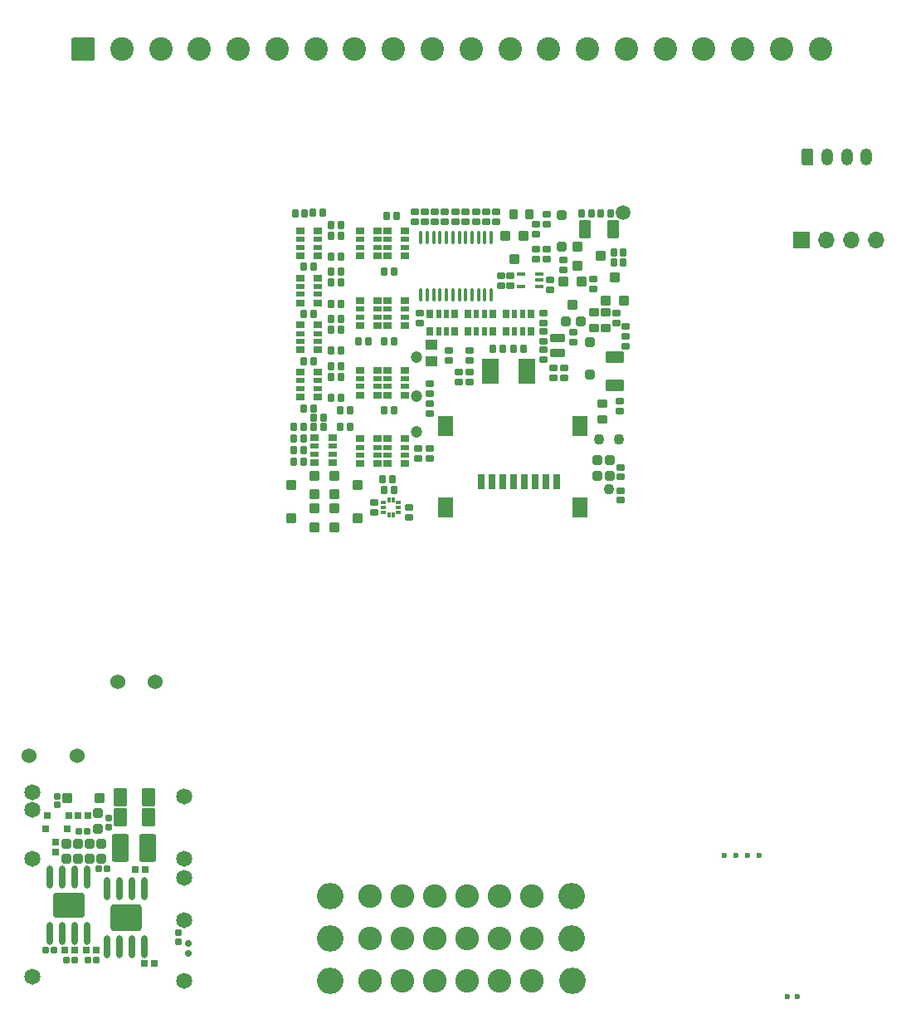
<source format=gbs>
G75*
G70*
%OFA0B0*%
%FSLAX25Y25*%
%IPPOS*%
%LPD*%
%AMOC8*
5,1,8,0,0,1.08239X$1,22.5*
%
%AMM224*
21,1,0.029530,0.026380,0.000000,-0.000000,180.000000*
21,1,0.020470,0.035430,0.000000,-0.000000,180.000000*
1,1,0.009060,-0.010240,0.013190*
1,1,0.009060,0.010240,0.013190*
1,1,0.009060,0.010240,-0.013190*
1,1,0.009060,-0.010240,-0.013190*
%
%AMM225*
21,1,0.021650,0.027950,0.000000,-0.000000,180.000000*
21,1,0.014170,0.035430,0.000000,-0.000000,180.000000*
1,1,0.007480,-0.007090,0.013980*
1,1,0.007480,0.007090,0.013980*
1,1,0.007480,0.007090,-0.013980*
1,1,0.007480,-0.007090,-0.013980*
%
%AMM228*
21,1,0.031500,0.018900,0.000000,-0.000000,0.000000*
21,1,0.022840,0.027560,0.000000,-0.000000,0.000000*
1,1,0.008660,0.011420,-0.009450*
1,1,0.008660,-0.011420,-0.009450*
1,1,0.008660,-0.011420,0.009450*
1,1,0.008660,0.011420,0.009450*
%
%AMM230*
21,1,0.031500,0.018900,0.000000,-0.000000,90.000000*
21,1,0.022840,0.027560,0.000000,-0.000000,90.000000*
1,1,0.008660,0.009450,0.011420*
1,1,0.008660,0.009450,-0.011420*
1,1,0.008660,-0.009450,-0.011420*
1,1,0.008660,-0.009450,0.011420*
%
%AMM232*
21,1,0.039370,0.030320,0.000000,-0.000000,180.000000*
21,1,0.028350,0.041340,0.000000,-0.000000,180.000000*
1,1,0.011020,-0.014170,0.015160*
1,1,0.011020,0.014170,0.015160*
1,1,0.011020,0.014170,-0.015160*
1,1,0.011020,-0.014170,-0.015160*
%
%AMM235*
21,1,0.031500,0.030710,0.000000,-0.000000,270.000000*
21,1,0.022050,0.040160,0.000000,-0.000000,270.000000*
1,1,0.009450,-0.015350,-0.011020*
1,1,0.009450,-0.015350,0.011020*
1,1,0.009450,0.015350,0.011020*
1,1,0.009450,0.015350,-0.011020*
%
%AMM253*
21,1,0.037400,0.026770,0.000000,-0.000000,0.000000*
21,1,0.026770,0.037400,0.000000,-0.000000,0.000000*
1,1,0.010630,0.013390,-0.013390*
1,1,0.010630,-0.013390,-0.013390*
1,1,0.010630,-0.013390,0.013390*
1,1,0.010630,0.013390,0.013390*
%
%AMM254*
21,1,0.029530,0.026380,0.000000,-0.000000,270.000000*
21,1,0.020470,0.035430,0.000000,-0.000000,270.000000*
1,1,0.009060,-0.013190,-0.010240*
1,1,0.009060,-0.013190,0.010240*
1,1,0.009060,0.013190,0.010240*
1,1,0.009060,0.013190,-0.010240*
%
%AMM255*
21,1,0.021650,0.027950,0.000000,-0.000000,270.000000*
21,1,0.014170,0.035430,0.000000,-0.000000,270.000000*
1,1,0.007480,-0.013980,-0.007090*
1,1,0.007480,-0.013980,0.007090*
1,1,0.007480,0.013980,0.007090*
1,1,0.007480,0.013980,-0.007090*
%
%AMM256*
21,1,0.037400,0.026770,0.000000,-0.000000,270.000000*
21,1,0.026770,0.037400,0.000000,-0.000000,270.000000*
1,1,0.010630,-0.013390,-0.013390*
1,1,0.010630,-0.013390,0.013390*
1,1,0.010630,0.013390,0.013390*
1,1,0.010630,0.013390,-0.013390*
%
%AMM257*
21,1,0.082680,0.045670,0.000000,-0.000000,90.000000*
21,1,0.067320,0.061020,0.000000,-0.000000,90.000000*
1,1,0.015350,0.022840,0.033660*
1,1,0.015350,0.022840,-0.033660*
1,1,0.015350,-0.022840,-0.033660*
1,1,0.015350,-0.022840,0.033660*
%
%AMM258*
21,1,0.062990,0.020470,0.000000,-0.000000,90.000000*
21,1,0.053940,0.029530,0.000000,-0.000000,90.000000*
1,1,0.009060,0.010240,0.026970*
1,1,0.009060,0.010240,-0.026970*
1,1,0.009060,-0.010240,-0.026970*
1,1,0.009060,-0.010240,0.026970*
%
%AMM259*
21,1,0.039370,0.030320,0.000000,-0.000000,90.000000*
21,1,0.028350,0.041340,0.000000,-0.000000,90.000000*
1,1,0.011020,0.015160,0.014170*
1,1,0.011020,0.015160,-0.014170*
1,1,0.011020,-0.015160,-0.014170*
1,1,0.011020,-0.015160,0.014170*
%
%AMM260*
21,1,0.016540,0.028980,0.000000,-0.000000,90.000000*
21,1,0.010080,0.035430,0.000000,-0.000000,90.000000*
1,1,0.006460,0.014490,0.005040*
1,1,0.006460,0.014490,-0.005040*
1,1,0.006460,-0.014490,-0.005040*
1,1,0.006460,-0.014490,0.005040*
%
%AMM261*
21,1,0.074800,0.036220,0.000000,-0.000000,270.000000*
21,1,0.061810,0.049210,0.000000,-0.000000,270.000000*
1,1,0.012990,-0.018110,-0.030910*
1,1,0.012990,-0.018110,0.030910*
1,1,0.012990,0.018110,0.030910*
1,1,0.012990,0.018110,-0.030910*
%
%AMM262*
21,1,0.039760,0.026770,0.000000,-0.000000,270.000000*
21,1,0.029130,0.037400,0.000000,-0.000000,270.000000*
1,1,0.010630,-0.013390,-0.014570*
1,1,0.010630,-0.013390,0.014570*
1,1,0.010630,0.013390,0.014570*
1,1,0.010630,0.013390,-0.014570*
%
%AMM263*
21,1,0.031500,0.049610,0.000000,-0.000000,270.000000*
21,1,0.022050,0.059060,0.000000,-0.000000,270.000000*
1,1,0.009450,-0.024800,-0.011020*
1,1,0.009450,-0.024800,0.011020*
1,1,0.009450,0.024800,0.011020*
1,1,0.009450,0.024800,-0.011020*
%
%AMM264*
21,1,0.074800,0.036220,0.000000,-0.000000,0.000000*
21,1,0.061810,0.049210,0.000000,-0.000000,0.000000*
1,1,0.012990,0.030910,-0.018110*
1,1,0.012990,-0.030910,-0.018110*
1,1,0.012990,-0.030910,0.018110*
1,1,0.012990,0.030910,0.018110*
%
%AMM265*
21,1,0.031500,0.030710,0.000000,-0.000000,0.000000*
21,1,0.022050,0.040160,0.000000,-0.000000,0.000000*
1,1,0.009450,0.011020,-0.015350*
1,1,0.009450,-0.011020,-0.015350*
1,1,0.009450,-0.011020,0.015350*
1,1,0.009450,0.011020,0.015350*
%
%AMM75*
21,1,0.041340,0.026770,0.000000,0.000000,0.000000*
21,1,0.029130,0.038980,0.000000,0.000000,0.000000*
1,1,0.012210,0.014570,-0.013390*
1,1,0.012210,-0.014570,-0.013390*
1,1,0.012210,-0.014570,0.013390*
1,1,0.012210,0.014570,0.013390*
%
%AMM76*
21,1,0.076380,0.036220,0.000000,0.000000,90.000000*
21,1,0.061810,0.050790,0.000000,0.000000,90.000000*
1,1,0.014570,0.018110,0.030910*
1,1,0.014570,0.018110,-0.030910*
1,1,0.014570,-0.018110,-0.030910*
1,1,0.014570,-0.018110,0.030910*
%
%AMM79*
21,1,0.029130,0.018900,0.000000,0.000000,90.000000*
21,1,0.018900,0.029130,0.000000,0.000000,90.000000*
1,1,0.010240,0.009450,0.009450*
1,1,0.010240,0.009450,-0.009450*
1,1,0.010240,-0.009450,-0.009450*
1,1,0.010240,-0.009450,0.009450*
%
%AMM80*
21,1,0.025200,0.019680,0.000000,0.000000,0.000000*
21,1,0.015750,0.029130,0.000000,0.000000,0.000000*
1,1,0.009450,0.007870,-0.009840*
1,1,0.009450,-0.007870,-0.009840*
1,1,0.009450,-0.007870,0.009840*
1,1,0.009450,0.007870,0.009840*
%
%AMM81*
21,1,0.025200,0.019680,0.000000,0.000000,270.000000*
21,1,0.015750,0.029130,0.000000,0.000000,270.000000*
1,1,0.009450,-0.009840,-0.007870*
1,1,0.009450,-0.009840,0.007870*
1,1,0.009450,0.009840,0.007870*
1,1,0.009450,0.009840,-0.007870*
%
%AMM87*
21,1,0.111810,0.050390,0.000000,0.000000,90.000000*
21,1,0.093700,0.068500,0.000000,0.000000,90.000000*
1,1,0.018110,0.025200,0.046850*
1,1,0.018110,0.025200,-0.046850*
1,1,0.018110,-0.025200,-0.046850*
1,1,0.018110,-0.025200,0.046850*
%
%AMM88*
21,1,0.038980,0.026770,0.000000,0.000000,270.000000*
21,1,0.026770,0.038980,0.000000,0.000000,270.000000*
1,1,0.012210,-0.013390,-0.013390*
1,1,0.012210,-0.013390,0.013390*
1,1,0.012210,0.013390,0.013390*
1,1,0.012210,0.013390,-0.013390*
%
%AMM89*
21,1,0.029130,0.018900,0.000000,0.000000,180.000000*
21,1,0.018900,0.029130,0.000000,0.000000,180.000000*
1,1,0.010240,-0.009450,0.009450*
1,1,0.010240,0.009450,0.009450*
1,1,0.010240,0.009450,-0.009450*
1,1,0.010240,-0.009450,-0.009450*
%
%AMM90*
21,1,0.127560,0.075590,0.000000,0.000000,180.000000*
21,1,0.103150,0.100000,0.000000,0.000000,180.000000*
1,1,0.024410,-0.051580,0.037800*
1,1,0.024410,0.051580,0.037800*
1,1,0.024410,0.051580,-0.037800*
1,1,0.024410,-0.051580,-0.037800*
%
%AMM91*
21,1,0.123620,0.083460,0.000000,0.000000,0.000000*
21,1,0.097240,0.109840,0.000000,0.000000,0.000000*
1,1,0.026380,0.048620,-0.041730*
1,1,0.026380,-0.048620,-0.041730*
1,1,0.026380,-0.048620,0.041730*
1,1,0.026380,0.048620,0.041730*
%
%ADD10C,0.06000*%
%ADD11C,0.02362*%
%ADD125C,0.04724*%
%ADD126C,0.04294*%
%ADD154R,0.01772X0.01870*%
%ADD160R,0.01870X0.01772*%
%ADD17O,0.04724X0.06890*%
%ADD18C,0.05906*%
%ADD184M75*%
%ADD185M76*%
%ADD188M79*%
%ADD189M80*%
%ADD190M81*%
%ADD191C,0.02913*%
%ADD192C,0.06457*%
%ADD199M87*%
%ADD200M88*%
%ADD201M89*%
%ADD202O,0.02520X0.09213*%
%ADD203M90*%
%ADD204M91*%
%ADD272O,0.01378X0.05354*%
%ADD275R,0.07087X0.09843*%
%ADD277R,0.04724X0.04331*%
%ADD28R,0.06693X0.06693*%
%ADD29O,0.06693X0.06693*%
%ADD354M224*%
%ADD355M225*%
%ADD358M228*%
%ADD360M230*%
%ADD362M232*%
%ADD365M235*%
%ADD383M253*%
%ADD384M254*%
%ADD385M255*%
%ADD386M256*%
%ADD387M257*%
%ADD388M258*%
%ADD389M259*%
%ADD390M260*%
%ADD391M261*%
%ADD392M262*%
%ADD393M263*%
%ADD394M264*%
%ADD395M265*%
%ADD44C,0.09449*%
%ADD49O,0.10643X0.10643*%
%ADD50O,0.09461X0.09461*%
X0000000Y0000000D02*
%LPD*%
G01*
D10*
X0059626Y0147638D03*
X0074626Y0147638D03*
D11*
X0312500Y0078051D03*
X0317224Y0078051D03*
X0307776Y0078051D03*
X0303051Y0078051D03*
X0328484Y0021260D03*
X0332421Y0021260D03*
G36*
G01*
X0334252Y0355807D02*
X0334252Y0360728D01*
G75*
G02*
X0335236Y0361713I0000984J0000000D01*
G01*
X0337992Y0361713D01*
G75*
G02*
X0338976Y0360728I0000000J-000984D01*
G01*
X0338976Y0355807D01*
G75*
G02*
X0337992Y0354823I-000984J0000000D01*
G01*
X0335236Y0354823D01*
G75*
G02*
X0334252Y0355807I0000000J0000984D01*
G01*
G37*
D17*
X0344488Y0358268D03*
X0352362Y0358268D03*
X0360236Y0358268D03*
D10*
X0043110Y0118110D03*
X0023819Y0118110D03*
D18*
X0086122Y0101673D03*
X0086122Y0076476D03*
X0086122Y0068996D03*
X0086122Y0052067D03*
D11*
X0087894Y0042618D03*
X0087894Y0038681D03*
D18*
X0086122Y0027461D03*
X0025098Y0103445D03*
X0025098Y0096161D03*
X0025098Y0076673D03*
X0025098Y0029232D03*
D28*
X0334173Y0324803D03*
D29*
X0344173Y0324803D03*
X0354173Y0324803D03*
X0364173Y0324803D03*
D49*
X0144884Y0061539D03*
D50*
X0160884Y0061539D03*
X0173884Y0061539D03*
X0186884Y0061539D03*
X0199884Y0061539D03*
X0212884Y0061539D03*
X0225884Y0061539D03*
D49*
X0241884Y0061539D03*
X0144900Y0044643D03*
D50*
X0160900Y0044643D03*
X0173900Y0044643D03*
X0186900Y0044643D03*
X0199900Y0044643D03*
X0212900Y0044643D03*
X0225900Y0044643D03*
D49*
X0241900Y0044643D03*
X0144884Y0027539D03*
D50*
X0160884Y0027539D03*
X0173884Y0027539D03*
X0186884Y0027539D03*
X0199884Y0027539D03*
X0212884Y0027539D03*
X0225884Y0027539D03*
D49*
X0242267Y0027539D03*
G36*
G01*
X0040787Y0397835D02*
X0040787Y0405315D01*
G75*
G02*
X0041772Y0406299I0000984J0000000D01*
G01*
X0049252Y0406299D01*
G75*
G02*
X0050236Y0405315I0000000J-000984D01*
G01*
X0050236Y0397835D01*
G75*
G02*
X0049252Y0396850I-000984J0000000D01*
G01*
X0041772Y0396850D01*
G75*
G02*
X0040787Y0397835I0000000J0000984D01*
G01*
G37*
D44*
X0061102Y0401575D03*
X0076693Y0401575D03*
X0092283Y0401575D03*
X0107874Y0401575D03*
X0123465Y0401575D03*
X0139055Y0401575D03*
X0154646Y0401575D03*
X0170236Y0401575D03*
X0185827Y0401575D03*
X0201417Y0401575D03*
X0217008Y0401575D03*
X0232598Y0401575D03*
X0248189Y0401575D03*
X0263780Y0401575D03*
X0279370Y0401575D03*
X0294961Y0401575D03*
X0310551Y0401575D03*
X0326142Y0401575D03*
X0341732Y0401575D03*
X0125197Y0340157D02*
G01*
G75*
D354*
X0210236Y0288188D02*
D03*
X0184941Y0288188D02*
D03*
X0200197Y0288188D02*
D03*
X0194981Y0288188D02*
D03*
X0225492Y0295275D02*
D03*
X0225492Y0288188D02*
D03*
X0215453Y0288188D02*
D03*
X0215453Y0295275D02*
D03*
X0184941Y0295275D02*
D03*
X0194981Y0295275D02*
D03*
X0200197Y0295275D02*
D03*
X0210236Y0295275D02*
D03*
D355*
X0206791Y0288188D02*
D03*
X0191536Y0288188D02*
D03*
X0203642Y0288188D02*
D03*
X0188386Y0288188D02*
D03*
X0218898Y0288188D02*
D03*
X0222047Y0288188D02*
D03*
X0222047Y0295275D02*
D03*
X0218898Y0295275D02*
D03*
X0191536Y0295275D02*
D03*
X0188386Y0295275D02*
D03*
X0206791Y0295275D02*
D03*
X0203642Y0295275D02*
D03*
D358*
X0263386Y0286220D02*
D03*
X0263386Y0290157D02*
D03*
X0259843Y0291732D02*
D03*
X0259843Y0295669D02*
D03*
X0242520Y0283858D02*
D03*
X0242520Y0287795D02*
D03*
X0184818Y0255205D02*
D03*
X0184818Y0259142D02*
D03*
X0184818Y0263401D02*
D03*
X0184818Y0267338D02*
D03*
X0217285Y0306723D02*
D03*
X0217285Y0310660D02*
D03*
X0213562Y0306723D02*
D03*
X0213562Y0310660D02*
D03*
X0250394Y0309139D02*
D03*
X0250394Y0305202D02*
D03*
X0261327Y0220505D02*
D03*
X0261088Y0256253D02*
D03*
X0184818Y0241338D02*
D03*
X0238976Y0273622D02*
D03*
X0234646Y0273622D02*
D03*
X0230427Y0277052D02*
D03*
X0230482Y0288329D02*
D03*
X0200822Y0267913D02*
D03*
X0200822Y0276702D02*
D03*
X0192337Y0280639D02*
D03*
X0162471Y0215722D02*
D03*
X0180315Y0241338D02*
D03*
X0263386Y0282283D02*
D03*
X0230391Y0295669D02*
D03*
X0231789Y0317322D02*
D03*
X0231789Y0331387D02*
D03*
X0227559Y0317322D02*
D03*
X0227559Y0331387D02*
D03*
X0180651Y0291684D02*
D03*
X0178740Y0336220D02*
D03*
X0238976Y0269685D02*
D03*
X0200822Y0280639D02*
D03*
X0200822Y0271850D02*
D03*
X0196334Y0271850D02*
D03*
X0196334Y0267913D02*
D03*
X0176378Y0213779D02*
D03*
X0176378Y0217716D02*
D03*
X0162471Y0219659D02*
D03*
X0233295Y0305104D02*
D03*
X0233295Y0309041D02*
D03*
X0231789Y0335325D02*
D03*
X0230391Y0291732D02*
D03*
X0192337Y0276702D02*
D03*
X0230482Y0284392D02*
D03*
X0230427Y0280989D02*
D03*
X0227559Y0321259D02*
D03*
X0180651Y0295621D02*
D03*
X0178740Y0332283D02*
D03*
X0261088Y0260190D02*
D03*
X0263386Y0286220D02*
D03*
X0238362Y0312992D02*
D03*
X0238362Y0316929D02*
D03*
X0231789Y0321259D02*
D03*
X0180315Y0237401D02*
D03*
X0184818Y0237401D02*
D03*
X0234646Y0269685D02*
D03*
X0261327Y0224442D02*
D03*
X0261327Y0233758D02*
D03*
X0261327Y0229821D02*
D03*
X0227559Y0327450D02*
D03*
X0182677Y0336220D02*
D03*
X0182677Y0332283D02*
D03*
X0195079Y0336220D02*
D03*
X0195079Y0332283D02*
D03*
X0199213Y0336220D02*
D03*
X0199213Y0332283D02*
D03*
X0207481Y0336220D02*
D03*
X0207481Y0332283D02*
D03*
X0203347Y0336220D02*
D03*
X0203347Y0332283D02*
D03*
X0211614Y0336220D02*
D03*
X0211614Y0332283D02*
D03*
X0190945Y0336220D02*
D03*
X0190945Y0332283D02*
D03*
X0186811Y0336220D02*
D03*
X0186811Y0332283D02*
D03*
D360*
X0214173Y0281230D02*
D03*
X0218406Y0281230D02*
D03*
X0130315Y0235826D02*
D03*
X0130315Y0240551D02*
D03*
X0130315Y0245275D02*
D03*
X0130315Y0249999D02*
D03*
X0258662Y0320078D02*
D03*
X0258662Y0315944D02*
D03*
X0166441Y0224764D02*
D03*
X0170378Y0224764D02*
D03*
X0257480Y0335693D02*
D03*
X0253544Y0335693D02*
D03*
X0222343Y0281230D02*
D03*
X0210236Y0281230D02*
D03*
X0165945Y0228936D02*
D03*
X0169882Y0228936D02*
D03*
X0138169Y0253709D02*
D03*
X0142106Y0253709D02*
D03*
X0142106Y0249999D02*
D03*
X0138169Y0249999D02*
D03*
X0152756Y0249999D02*
D03*
X0148819Y0249999D02*
D03*
X0134252Y0249999D02*
D03*
X0134252Y0245275D02*
D03*
X0134252Y0235826D02*
D03*
X0134252Y0240551D02*
D03*
X0167446Y0334658D02*
D03*
X0171383Y0334658D02*
D03*
X0170473Y0284448D02*
D03*
X0166536Y0284448D02*
D03*
X0160236Y0284448D02*
D03*
X0156299Y0284448D02*
D03*
X0170473Y0312401D02*
D03*
X0166536Y0312401D02*
D03*
X0145079Y0288976D02*
D03*
X0149016Y0288976D02*
D03*
X0145079Y0318306D02*
D03*
X0149016Y0318306D02*
D03*
X0145079Y0331102D02*
D03*
X0149016Y0331102D02*
D03*
X0138169Y0314210D02*
D03*
X0134232Y0314210D02*
D03*
X0137795Y0335826D02*
D03*
X0141732Y0335826D02*
D03*
X0134646Y0335629D02*
D03*
X0130709Y0335629D02*
D03*
X0245954Y0335693D02*
D03*
X0249891Y0335693D02*
D03*
X0262599Y0320078D02*
D03*
X0262599Y0315944D02*
D03*
X0149016Y0312204D02*
D03*
X0145079Y0312204D02*
D03*
X0149016Y0307874D02*
D03*
X0145079Y0307874D02*
D03*
X0149016Y0299409D02*
D03*
X0145079Y0299409D02*
D03*
X0134232Y0295243D02*
D03*
X0138169Y0295243D02*
D03*
X0166536Y0256496D02*
D03*
X0170473Y0256496D02*
D03*
X0149016Y0326771D02*
D03*
X0145079Y0326771D02*
D03*
X0134232Y0276400D02*
D03*
X0138169Y0276400D02*
D03*
X0149016Y0280511D02*
D03*
X0145079Y0280511D02*
D03*
X0149016Y0293306D02*
D03*
X0145079Y0293306D02*
D03*
X0134232Y0257420D02*
D03*
X0138169Y0257420D02*
D03*
X0149016Y0261613D02*
D03*
X0145079Y0261613D02*
D03*
X0149016Y0270078D02*
D03*
X0145079Y0270078D02*
D03*
X0149016Y0274409D02*
D03*
X0145079Y0274409D02*
D03*
X0152756Y0256632D02*
D03*
X0148819Y0256632D02*
D03*
D362*
X0255453Y0300600D02*
D03*
X0245978Y0308340D02*
D03*
X0222608Y0326673D02*
D03*
D365*
X0254036Y0252952D02*
D03*
X0254036Y0259252D02*
D03*
X0255414Y0289566D02*
D03*
X0255414Y0295866D02*
D03*
X0250788Y0289566D02*
D03*
X0250788Y0295866D02*
D03*
D362*
X0218867Y0317421D02*
D03*
X0238498Y0308340D02*
D03*
X0242238Y0299088D02*
D03*
X0262933Y0300600D02*
D03*
X0259193Y0309852D02*
D03*
X0215127Y0326673D02*
D03*
D125*
X0179331Y0262244D02*
D03*
X0179331Y0248031D02*
D03*
X0179331Y0278031D02*
D03*
D126*
X0256890Y0225039D02*
D03*
X0252890Y0245039D02*
D03*
X0260890Y0245039D02*
D03*
D18*
X0262599Y0335826D02*
D03*
D383*
X0245591Y0292126D02*
D03*
X0239370Y0292126D02*
D03*
D384*
X0174803Y0262696D02*
D03*
X0167717Y0262696D02*
D03*
X0167717Y0272736D02*
D03*
X0174803Y0272736D02*
D03*
X0167717Y0290649D02*
D03*
X0167717Y0318602D02*
D03*
X0163780Y0300688D02*
D03*
X0138583Y0245570D02*
D03*
X0145669Y0245570D02*
D03*
X0145669Y0235531D02*
D03*
X0138583Y0235531D02*
D03*
X0156693Y0328641D02*
D03*
X0163780Y0328641D02*
D03*
X0163780Y0318602D02*
D03*
X0156693Y0318602D02*
D03*
X0174803Y0318602D02*
D03*
X0167717Y0328641D02*
D03*
X0174803Y0328641D02*
D03*
X0156693Y0300688D02*
D03*
X0163780Y0290649D02*
D03*
X0156693Y0290649D02*
D03*
X0174803Y0290649D02*
D03*
X0167717Y0300688D02*
D03*
X0174803Y0300688D02*
D03*
X0132874Y0299704D02*
D03*
X0139961Y0299704D02*
D03*
X0139961Y0309744D02*
D03*
X0132874Y0309744D02*
D03*
X0132874Y0318602D02*
D03*
X0139961Y0318602D02*
D03*
X0139961Y0328641D02*
D03*
X0132874Y0328641D02*
D03*
X0132874Y0280806D02*
D03*
X0139961Y0280806D02*
D03*
X0139961Y0290846D02*
D03*
X0132874Y0290846D02*
D03*
X0132874Y0261909D02*
D03*
X0139961Y0261909D02*
D03*
X0139961Y0271948D02*
D03*
X0132874Y0271948D02*
D03*
X0156693Y0262696D02*
D03*
X0163780Y0262696D02*
D03*
X0163780Y0272736D02*
D03*
X0156693Y0272736D02*
D03*
X0156693Y0235137D02*
D03*
X0163780Y0235137D02*
D03*
X0163780Y0245177D02*
D03*
X0156693Y0245177D02*
D03*
X0174803Y0245177D02*
D03*
X0167717Y0245177D02*
D03*
X0167717Y0235137D02*
D03*
X0174803Y0235137D02*
D03*
D385*
X0167717Y0269291D02*
D03*
X0167717Y0266141D02*
D03*
X0174803Y0266141D02*
D03*
X0174803Y0269291D02*
D03*
X0167717Y0294094D02*
D03*
X0167717Y0322047D02*
D03*
X0163780Y0297244D02*
D03*
X0145669Y0238976D02*
D03*
X0145669Y0242125D02*
D03*
X0138583Y0242125D02*
D03*
X0138583Y0238976D02*
D03*
X0163780Y0322047D02*
D03*
X0163780Y0325196D02*
D03*
X0156693Y0325196D02*
D03*
X0156693Y0322047D02*
D03*
X0167717Y0325196D02*
D03*
X0174803Y0322047D02*
D03*
X0174803Y0325196D02*
D03*
X0163780Y0294094D02*
D03*
X0156693Y0297244D02*
D03*
X0156693Y0294094D02*
D03*
X0167717Y0297243D02*
D03*
X0174803Y0294094D02*
D03*
X0174803Y0297243D02*
D03*
X0132874Y0303149D02*
D03*
X0132874Y0306299D02*
D03*
X0139961Y0306299D02*
D03*
X0139961Y0303149D02*
D03*
X0132874Y0322046D02*
D03*
X0132874Y0325196D02*
D03*
X0139961Y0325196D02*
D03*
X0139961Y0322046D02*
D03*
X0132874Y0284251D02*
D03*
X0132874Y0287401D02*
D03*
X0139961Y0287401D02*
D03*
X0139961Y0284251D02*
D03*
X0132874Y0265354D02*
D03*
X0132874Y0268503D02*
D03*
X0139961Y0268503D02*
D03*
X0139961Y0265354D02*
D03*
X0156693Y0266141D02*
D03*
X0156693Y0269291D02*
D03*
X0163780Y0269291D02*
D03*
X0163780Y0266141D02*
D03*
X0156693Y0238582D02*
D03*
X0156693Y0241732D02*
D03*
X0163780Y0241732D02*
D03*
X0163780Y0238582D02*
D03*
X0174803Y0241732D02*
D03*
X0174803Y0238582D02*
D03*
X0167717Y0238582D02*
D03*
X0167717Y0241732D02*
D03*
D386*
X0252067Y0230354D02*
D03*
X0257057Y0230354D02*
D03*
X0257057Y0236574D02*
D03*
X0252067Y0236574D02*
D03*
D387*
X0245177Y0217716D02*
D03*
X0245177Y0250393D02*
D03*
X0191044Y0217716D02*
D03*
X0191044Y0250393D02*
D03*
D388*
X0227146Y0227952D02*
D03*
X0235807Y0227952D02*
D03*
X0231477Y0227952D02*
D03*
X0222815Y0227952D02*
D03*
X0218484Y0227952D02*
D03*
X0214154Y0227952D02*
D03*
X0209823Y0227952D02*
D03*
X0205492Y0227952D02*
D03*
D389*
X0146536Y0209645D02*
D03*
X0146536Y0222849D02*
D03*
X0138504Y0217126D02*
D03*
X0138504Y0230329D02*
D03*
X0155788Y0213385D02*
D03*
X0155788Y0226589D02*
D03*
X0129252Y0226589D02*
D03*
X0244173Y0314763D02*
D03*
X0253425Y0318503D02*
D03*
X0129252Y0213385D02*
D03*
D160*
X0172309Y0215722D02*
D03*
X0172309Y0219659D02*
D03*
X0166305Y0215722D02*
D03*
X0166305Y0217690D02*
D03*
X0172309Y0217690D02*
D03*
X0166305Y0219659D02*
D03*
D390*
X0228957Y0306287D02*
D03*
X0228957Y0311405D02*
D03*
X0228957Y0308846D02*
D03*
X0221476Y0306287D02*
D03*
X0221476Y0311405D02*
D03*
D272*
X0209449Y0303070D02*
D03*
X0206890Y0326062D02*
D03*
X0209449Y0326062D02*
D03*
X0186418Y0303070D02*
D03*
X0183859Y0326062D02*
D03*
X0181299Y0326062D02*
D03*
X0186418Y0326062D02*
D03*
X0188977Y0326062D02*
D03*
X0191536Y0326062D02*
D03*
X0194095Y0326062D02*
D03*
X0196654Y0326062D02*
D03*
X0199213Y0326062D02*
D03*
X0201772Y0326062D02*
D03*
X0204331Y0326062D02*
D03*
X0181299Y0303070D02*
D03*
X0183859Y0303070D02*
D03*
X0188977Y0303070D02*
D03*
X0191536Y0303070D02*
D03*
X0194095Y0303070D02*
D03*
X0196654Y0303070D02*
D03*
X0199213Y0303070D02*
D03*
X0201772Y0303070D02*
D03*
X0204331Y0303070D02*
D03*
X0206890Y0303070D02*
D03*
D391*
X0247036Y0329133D02*
D03*
X0258454Y0329133D02*
D03*
D392*
X0249171Y0271043D02*
D03*
X0249171Y0284035D02*
D03*
X0237971Y0335120D02*
D03*
X0237971Y0322128D02*
D03*
D275*
X0223766Y0272268D02*
D03*
X0209199Y0272268D02*
D03*
D154*
X0168323Y0220692D02*
D03*
X0170291Y0220692D02*
D03*
X0170291Y0214688D02*
D03*
X0168323Y0214688D02*
D03*
D393*
X0236289Y0285679D02*
D03*
X0236289Y0279774D02*
D03*
D389*
X0146536Y0217126D02*
D03*
X0146536Y0230329D02*
D03*
X0138504Y0222849D02*
D03*
X0244173Y0322244D02*
D03*
X0138504Y0209645D02*
D03*
D277*
X0185630Y0282876D02*
D03*
X0185630Y0276183D02*
D03*
D394*
X0259167Y0266515D02*
D03*
X0259167Y0277932D02*
D03*
D395*
X0224803Y0335432D02*
D03*
X0218504Y0335432D02*
D03*
X0022146Y0024508D02*
G01*
G75*
D184*
X0052061Y0100886D02*
D03*
X0039069Y0100886D02*
D03*
D185*
X0071921Y0101280D02*
D03*
X0060504Y0101280D02*
D03*
X0071921Y0093248D02*
D03*
X0060504Y0093248D02*
D03*
D188*
X0034548Y0079232D02*
D03*
X0034548Y0083169D02*
D03*
X0031201Y0093799D02*
D03*
X0039863Y0093799D02*
D03*
X0030414Y0088551D02*
D03*
X0039075Y0088551D02*
D03*
D189*
X0042301Y0035925D02*
D03*
X0038757Y0035925D02*
D03*
X0051692Y0072658D02*
D03*
X0055236Y0072658D02*
D03*
X0043695Y0087763D02*
D03*
X0047238Y0087763D02*
D03*
X0050919Y0035925D02*
D03*
X0047376Y0035925D02*
D03*
X0030414Y0039862D02*
D03*
X0033957Y0039862D02*
D03*
D190*
X0055899Y0089338D02*
D03*
X0055899Y0092882D02*
D03*
X0035132Y0101740D02*
D03*
X0035132Y0098196D02*
D03*
X0083896Y0043423D02*
D03*
X0083896Y0046967D02*
D03*
D191*
X0087894Y0042618D02*
D03*
X0087894Y0038681D02*
D03*
D192*
X0025099Y0096161D02*
D03*
X0025099Y0029232D02*
D03*
X0025099Y0076673D02*
D03*
X0086122Y0076476D02*
D03*
X0086122Y0101673D02*
D03*
X0086122Y0052067D02*
D03*
X0086122Y0068996D02*
D03*
X0086122Y0027461D02*
D03*
X0025099Y0103445D02*
D03*
D199*
X0071359Y0080807D02*
D03*
X0060335Y0080807D02*
D03*
D200*
X0038681Y0076484D02*
D03*
X0038681Y0082704D02*
D03*
X0052775Y0076484D02*
D03*
X0052775Y0082704D02*
D03*
X0048084Y0076484D02*
D03*
X0048084Y0082704D02*
D03*
X0043392Y0076484D02*
D03*
X0043392Y0082704D02*
D03*
X0051594Y0088728D02*
D03*
X0051594Y0094949D02*
D03*
D201*
X0042104Y0039862D02*
D03*
X0038167Y0039862D02*
D03*
X0046785Y0039862D02*
D03*
X0050722Y0039862D02*
D03*
X0043498Y0093799D02*
D03*
X0047435Y0093799D02*
D03*
X0066431Y0072185D02*
D03*
X0070368Y0072185D02*
D03*
X0074207Y0034744D02*
D03*
X0070269Y0034744D02*
D03*
D202*
X0047218Y0046622D02*
D03*
X0042218Y0046622D02*
D03*
X0037218Y0046622D02*
D03*
X0032218Y0046622D02*
D03*
X0047218Y0069259D02*
D03*
X0042218Y0069259D02*
D03*
X0037218Y0069259D02*
D03*
X0032218Y0069259D02*
D03*
X0070285Y0041339D02*
D03*
X0065285Y0041339D02*
D03*
X0060285Y0041339D02*
D03*
X0055285Y0041339D02*
D03*
X0070285Y0064764D02*
D03*
X0065285Y0064764D02*
D03*
X0060285Y0064764D02*
D03*
X0055285Y0064764D02*
D03*
D203*
X0039718Y0057940D02*
D03*
D204*
X0062785Y0053051D02*
D03*
X0339665Y0019783D02*
%LPD*%
G01*
D11*
X0312500Y0078051D03*
X0317224Y0078051D03*
X0307775Y0078051D03*
X0303051Y0078051D03*
X0328484Y0021259D03*
X0332421Y0021259D03*
M02*

</source>
